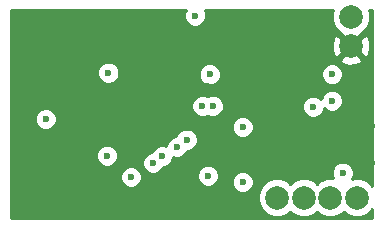
<source format=gbr>
G04 #@! TF.FileFunction,Copper,L2,Inr,Signal*
%FSLAX46Y46*%
G04 Gerber Fmt 4.6, Leading zero omitted, Abs format (unit mm)*
G04 Created by KiCad (PCBNEW 4.0.2-stable) date 2017年04月21日 星期五 11:17:21*
%MOMM*%
G01*
G04 APERTURE LIST*
%ADD10C,0.100000*%
%ADD11C,1.998980*%
%ADD12C,0.600000*%
%ADD13C,0.254000*%
G04 APERTURE END LIST*
D10*
D11*
X188500000Y-78275000D03*
X188500000Y-80750000D03*
X182250000Y-93575000D03*
X184500000Y-93575000D03*
X186750000Y-93575000D03*
X189000000Y-93575000D03*
D12*
X176275000Y-84100000D03*
X175075000Y-91725000D03*
X168625000Y-91825000D03*
X167850000Y-88675000D03*
X169350000Y-82800000D03*
X162575000Y-80850000D03*
X170400000Y-78575000D03*
X180050000Y-80075000D03*
X180050000Y-78575000D03*
X182800000Y-85875000D03*
X182800000Y-91775000D03*
X186850000Y-86850000D03*
X190300000Y-87525000D03*
X190300000Y-90625000D03*
X190025000Y-89075000D03*
X178600000Y-94625000D03*
X170725000Y-94675000D03*
X167000000Y-94625000D03*
X162525000Y-89975000D03*
X162525000Y-88475000D03*
X165900000Y-78975000D03*
X175375000Y-80125000D03*
X182100000Y-83600000D03*
X187800004Y-91475000D03*
X179325000Y-92250000D03*
X179325000Y-87600000D03*
X185300000Y-85875000D03*
X175299679Y-78173055D03*
X176525000Y-83150000D03*
X176400000Y-91725000D03*
X169875000Y-91825000D03*
X167850000Y-90025000D03*
X167950000Y-82999999D03*
X162650000Y-86925000D03*
X175900002Y-85825000D03*
X186900000Y-83125000D03*
X176804699Y-85804200D03*
X186900000Y-85375000D03*
X171725000Y-90650000D03*
X172500000Y-90075000D03*
X173775000Y-89295247D03*
X174575000Y-88674990D03*
D13*
G36*
X174364841Y-77986256D02*
X174364517Y-78358222D01*
X174506562Y-78701998D01*
X174769352Y-78965247D01*
X175112880Y-79107893D01*
X175484846Y-79108217D01*
X175828622Y-78966172D01*
X176091871Y-78703382D01*
X176234517Y-78359854D01*
X176234841Y-77987888D01*
X176109691Y-77685000D01*
X186975189Y-77685000D01*
X186865794Y-77948453D01*
X186865226Y-78598694D01*
X187113538Y-79199655D01*
X187572927Y-79659846D01*
X187601186Y-79671580D01*
X188500000Y-80570395D01*
X189397861Y-79672533D01*
X189424655Y-79661462D01*
X189884846Y-79202073D01*
X190134206Y-78601547D01*
X190134774Y-77951306D01*
X190024739Y-77685000D01*
X190315000Y-77685000D01*
X190315000Y-92578758D01*
X189927073Y-92190154D01*
X189326547Y-91940794D01*
X188676306Y-91940226D01*
X188607407Y-91968694D01*
X188734842Y-91661799D01*
X188735166Y-91289833D01*
X188593121Y-90946057D01*
X188330331Y-90682808D01*
X187986803Y-90540162D01*
X187614837Y-90539838D01*
X187271061Y-90681883D01*
X187007812Y-90944673D01*
X186865166Y-91288201D01*
X186864842Y-91660167D01*
X186980760Y-91940710D01*
X186426306Y-91940226D01*
X185825345Y-92188538D01*
X185625054Y-92388480D01*
X185427073Y-92190154D01*
X184826547Y-91940794D01*
X184176306Y-91940226D01*
X183575345Y-92188538D01*
X183375054Y-92388480D01*
X183177073Y-92190154D01*
X182576547Y-91940794D01*
X181926306Y-91940226D01*
X181325345Y-92188538D01*
X180865154Y-92647927D01*
X180615794Y-93248453D01*
X180615226Y-93898694D01*
X180863538Y-94499655D01*
X181322927Y-94959846D01*
X181923453Y-95209206D01*
X182573694Y-95209774D01*
X183174655Y-94961462D01*
X183374946Y-94761520D01*
X183572927Y-94959846D01*
X184173453Y-95209206D01*
X184823694Y-95209774D01*
X185424655Y-94961462D01*
X185624946Y-94761520D01*
X185822927Y-94959846D01*
X186423453Y-95209206D01*
X187073694Y-95209774D01*
X187674655Y-94961462D01*
X187874946Y-94761520D01*
X188072927Y-94959846D01*
X188673453Y-95209206D01*
X189323694Y-95209774D01*
X189924655Y-94961462D01*
X190315000Y-94571797D01*
X190315000Y-95315000D01*
X159685000Y-95315000D01*
X159685000Y-92010167D01*
X168939838Y-92010167D01*
X169081883Y-92353943D01*
X169344673Y-92617192D01*
X169688201Y-92759838D01*
X170060167Y-92760162D01*
X170403943Y-92618117D01*
X170667192Y-92355327D01*
X170809838Y-92011799D01*
X170809926Y-91910167D01*
X175464838Y-91910167D01*
X175606883Y-92253943D01*
X175869673Y-92517192D01*
X176213201Y-92659838D01*
X176585167Y-92660162D01*
X176928943Y-92518117D01*
X177012037Y-92435167D01*
X178389838Y-92435167D01*
X178531883Y-92778943D01*
X178794673Y-93042192D01*
X179138201Y-93184838D01*
X179510167Y-93185162D01*
X179853943Y-93043117D01*
X180117192Y-92780327D01*
X180259838Y-92436799D01*
X180260162Y-92064833D01*
X180118117Y-91721057D01*
X179855327Y-91457808D01*
X179511799Y-91315162D01*
X179139833Y-91314838D01*
X178796057Y-91456883D01*
X178532808Y-91719673D01*
X178390162Y-92063201D01*
X178389838Y-92435167D01*
X177012037Y-92435167D01*
X177192192Y-92255327D01*
X177334838Y-91911799D01*
X177335162Y-91539833D01*
X177193117Y-91196057D01*
X176930327Y-90932808D01*
X176586799Y-90790162D01*
X176214833Y-90789838D01*
X175871057Y-90931883D01*
X175607808Y-91194673D01*
X175465162Y-91538201D01*
X175464838Y-91910167D01*
X170809926Y-91910167D01*
X170810162Y-91639833D01*
X170668117Y-91296057D01*
X170405327Y-91032808D01*
X170061799Y-90890162D01*
X169689833Y-90889838D01*
X169346057Y-91031883D01*
X169082808Y-91294673D01*
X168940162Y-91638201D01*
X168939838Y-92010167D01*
X159685000Y-92010167D01*
X159685000Y-90210167D01*
X166914838Y-90210167D01*
X167056883Y-90553943D01*
X167319673Y-90817192D01*
X167663201Y-90959838D01*
X168035167Y-90960162D01*
X168337678Y-90835167D01*
X170789838Y-90835167D01*
X170931883Y-91178943D01*
X171194673Y-91442192D01*
X171538201Y-91584838D01*
X171910167Y-91585162D01*
X172253943Y-91443117D01*
X172517192Y-91180327D01*
X172587886Y-91010077D01*
X172685167Y-91010162D01*
X173028943Y-90868117D01*
X173292192Y-90605327D01*
X173434838Y-90261799D01*
X173434921Y-90166437D01*
X173588201Y-90230085D01*
X173960167Y-90230409D01*
X174303943Y-90088364D01*
X174567192Y-89825574D01*
X174656681Y-89610062D01*
X174760167Y-89610152D01*
X175103943Y-89468107D01*
X175367192Y-89205317D01*
X175509838Y-88861789D01*
X175510162Y-88489823D01*
X175368117Y-88146047D01*
X175105327Y-87882798D01*
X174870207Y-87785167D01*
X178389838Y-87785167D01*
X178531883Y-88128943D01*
X178794673Y-88392192D01*
X179138201Y-88534838D01*
X179510167Y-88535162D01*
X179853943Y-88393117D01*
X180117192Y-88130327D01*
X180259838Y-87786799D01*
X180260162Y-87414833D01*
X180118117Y-87071057D01*
X179855327Y-86807808D01*
X179511799Y-86665162D01*
X179139833Y-86664838D01*
X178796057Y-86806883D01*
X178532808Y-87069673D01*
X178390162Y-87413201D01*
X178389838Y-87785167D01*
X174870207Y-87785167D01*
X174761799Y-87740152D01*
X174389833Y-87739828D01*
X174046057Y-87881873D01*
X173782808Y-88144663D01*
X173693319Y-88360175D01*
X173589833Y-88360085D01*
X173246057Y-88502130D01*
X172982808Y-88764920D01*
X172840162Y-89108448D01*
X172840079Y-89203810D01*
X172686799Y-89140162D01*
X172314833Y-89139838D01*
X171971057Y-89281883D01*
X171707808Y-89544673D01*
X171637114Y-89714923D01*
X171539833Y-89714838D01*
X171196057Y-89856883D01*
X170932808Y-90119673D01*
X170790162Y-90463201D01*
X170789838Y-90835167D01*
X168337678Y-90835167D01*
X168378943Y-90818117D01*
X168642192Y-90555327D01*
X168784838Y-90211799D01*
X168785162Y-89839833D01*
X168643117Y-89496057D01*
X168380327Y-89232808D01*
X168036799Y-89090162D01*
X167664833Y-89089838D01*
X167321057Y-89231883D01*
X167057808Y-89494673D01*
X166915162Y-89838201D01*
X166914838Y-90210167D01*
X159685000Y-90210167D01*
X159685000Y-87110167D01*
X161714838Y-87110167D01*
X161856883Y-87453943D01*
X162119673Y-87717192D01*
X162463201Y-87859838D01*
X162835167Y-87860162D01*
X163178943Y-87718117D01*
X163442192Y-87455327D01*
X163584838Y-87111799D01*
X163585162Y-86739833D01*
X163443117Y-86396057D01*
X163180327Y-86132808D01*
X162884977Y-86010167D01*
X174964840Y-86010167D01*
X175106885Y-86353943D01*
X175369675Y-86617192D01*
X175713203Y-86759838D01*
X176085169Y-86760162D01*
X176377692Y-86639294D01*
X176617900Y-86739038D01*
X176989866Y-86739362D01*
X177333642Y-86597317D01*
X177596891Y-86334527D01*
X177710815Y-86060167D01*
X184364838Y-86060167D01*
X184506883Y-86403943D01*
X184769673Y-86667192D01*
X185113201Y-86809838D01*
X185485167Y-86810162D01*
X185828943Y-86668117D01*
X186092192Y-86405327D01*
X186234838Y-86061799D01*
X186234864Y-86032147D01*
X186369673Y-86167192D01*
X186713201Y-86309838D01*
X187085167Y-86310162D01*
X187428943Y-86168117D01*
X187692192Y-85905327D01*
X187834838Y-85561799D01*
X187835162Y-85189833D01*
X187693117Y-84846057D01*
X187430327Y-84582808D01*
X187086799Y-84440162D01*
X186714833Y-84439838D01*
X186371057Y-84581883D01*
X186107808Y-84844673D01*
X185965162Y-85188201D01*
X185965136Y-85217853D01*
X185830327Y-85082808D01*
X185486799Y-84940162D01*
X185114833Y-84939838D01*
X184771057Y-85081883D01*
X184507808Y-85344673D01*
X184365162Y-85688201D01*
X184364838Y-86060167D01*
X177710815Y-86060167D01*
X177739537Y-85990999D01*
X177739861Y-85619033D01*
X177597816Y-85275257D01*
X177335026Y-85012008D01*
X176991498Y-84869362D01*
X176619532Y-84869038D01*
X176327009Y-84989906D01*
X176086801Y-84890162D01*
X175714835Y-84889838D01*
X175371059Y-85031883D01*
X175107810Y-85294673D01*
X174965164Y-85638201D01*
X174964840Y-86010167D01*
X162884977Y-86010167D01*
X162836799Y-85990162D01*
X162464833Y-85989838D01*
X162121057Y-86131883D01*
X161857808Y-86394673D01*
X161715162Y-86738201D01*
X161714838Y-87110167D01*
X159685000Y-87110167D01*
X159685000Y-83185166D01*
X167014838Y-83185166D01*
X167156883Y-83528942D01*
X167419673Y-83792191D01*
X167763201Y-83934837D01*
X168135167Y-83935161D01*
X168478943Y-83793116D01*
X168742192Y-83530326D01*
X168823229Y-83335167D01*
X175589838Y-83335167D01*
X175731883Y-83678943D01*
X175994673Y-83942192D01*
X176338201Y-84084838D01*
X176710167Y-84085162D01*
X177053943Y-83943117D01*
X177317192Y-83680327D01*
X177459838Y-83336799D01*
X177459861Y-83310167D01*
X185964838Y-83310167D01*
X186106883Y-83653943D01*
X186369673Y-83917192D01*
X186713201Y-84059838D01*
X187085167Y-84060162D01*
X187428943Y-83918117D01*
X187692192Y-83655327D01*
X187834838Y-83311799D01*
X187835162Y-82939833D01*
X187693117Y-82596057D01*
X187430327Y-82332808D01*
X187086799Y-82190162D01*
X186714833Y-82189838D01*
X186371057Y-82331883D01*
X186107808Y-82594673D01*
X185965162Y-82938201D01*
X185964838Y-83310167D01*
X177459861Y-83310167D01*
X177460162Y-82964833D01*
X177318117Y-82621057D01*
X177055327Y-82357808D01*
X176711799Y-82215162D01*
X176339833Y-82214838D01*
X175996057Y-82356883D01*
X175732808Y-82619673D01*
X175590162Y-82963201D01*
X175589838Y-83335167D01*
X168823229Y-83335167D01*
X168884838Y-83186798D01*
X168885162Y-82814832D01*
X168743117Y-82471056D01*
X168480327Y-82207807D01*
X168136799Y-82065161D01*
X167764833Y-82064837D01*
X167421057Y-82206882D01*
X167157808Y-82469672D01*
X167015162Y-82813200D01*
X167014838Y-83185166D01*
X159685000Y-83185166D01*
X159685000Y-81902163D01*
X187527443Y-81902163D01*
X187626042Y-82168965D01*
X188235582Y-82395401D01*
X188885377Y-82371341D01*
X189373958Y-82168965D01*
X189472557Y-81902163D01*
X188500000Y-80929605D01*
X187527443Y-81902163D01*
X159685000Y-81902163D01*
X159685000Y-80485582D01*
X186854599Y-80485582D01*
X186878659Y-81135377D01*
X187081035Y-81623958D01*
X187347837Y-81722557D01*
X188320395Y-80750000D01*
X188679605Y-80750000D01*
X189652163Y-81722557D01*
X189918965Y-81623958D01*
X190145401Y-81014418D01*
X190121341Y-80364623D01*
X189918965Y-79876042D01*
X189652163Y-79777443D01*
X188679605Y-80750000D01*
X188320395Y-80750000D01*
X187347837Y-79777443D01*
X187081035Y-79876042D01*
X186854599Y-80485582D01*
X159685000Y-80485582D01*
X159685000Y-77685000D01*
X174489934Y-77685000D01*
X174364841Y-77986256D01*
X174364841Y-77986256D01*
G37*
X174364841Y-77986256D02*
X174364517Y-78358222D01*
X174506562Y-78701998D01*
X174769352Y-78965247D01*
X175112880Y-79107893D01*
X175484846Y-79108217D01*
X175828622Y-78966172D01*
X176091871Y-78703382D01*
X176234517Y-78359854D01*
X176234841Y-77987888D01*
X176109691Y-77685000D01*
X186975189Y-77685000D01*
X186865794Y-77948453D01*
X186865226Y-78598694D01*
X187113538Y-79199655D01*
X187572927Y-79659846D01*
X187601186Y-79671580D01*
X188500000Y-80570395D01*
X189397861Y-79672533D01*
X189424655Y-79661462D01*
X189884846Y-79202073D01*
X190134206Y-78601547D01*
X190134774Y-77951306D01*
X190024739Y-77685000D01*
X190315000Y-77685000D01*
X190315000Y-92578758D01*
X189927073Y-92190154D01*
X189326547Y-91940794D01*
X188676306Y-91940226D01*
X188607407Y-91968694D01*
X188734842Y-91661799D01*
X188735166Y-91289833D01*
X188593121Y-90946057D01*
X188330331Y-90682808D01*
X187986803Y-90540162D01*
X187614837Y-90539838D01*
X187271061Y-90681883D01*
X187007812Y-90944673D01*
X186865166Y-91288201D01*
X186864842Y-91660167D01*
X186980760Y-91940710D01*
X186426306Y-91940226D01*
X185825345Y-92188538D01*
X185625054Y-92388480D01*
X185427073Y-92190154D01*
X184826547Y-91940794D01*
X184176306Y-91940226D01*
X183575345Y-92188538D01*
X183375054Y-92388480D01*
X183177073Y-92190154D01*
X182576547Y-91940794D01*
X181926306Y-91940226D01*
X181325345Y-92188538D01*
X180865154Y-92647927D01*
X180615794Y-93248453D01*
X180615226Y-93898694D01*
X180863538Y-94499655D01*
X181322927Y-94959846D01*
X181923453Y-95209206D01*
X182573694Y-95209774D01*
X183174655Y-94961462D01*
X183374946Y-94761520D01*
X183572927Y-94959846D01*
X184173453Y-95209206D01*
X184823694Y-95209774D01*
X185424655Y-94961462D01*
X185624946Y-94761520D01*
X185822927Y-94959846D01*
X186423453Y-95209206D01*
X187073694Y-95209774D01*
X187674655Y-94961462D01*
X187874946Y-94761520D01*
X188072927Y-94959846D01*
X188673453Y-95209206D01*
X189323694Y-95209774D01*
X189924655Y-94961462D01*
X190315000Y-94571797D01*
X190315000Y-95315000D01*
X159685000Y-95315000D01*
X159685000Y-92010167D01*
X168939838Y-92010167D01*
X169081883Y-92353943D01*
X169344673Y-92617192D01*
X169688201Y-92759838D01*
X170060167Y-92760162D01*
X170403943Y-92618117D01*
X170667192Y-92355327D01*
X170809838Y-92011799D01*
X170809926Y-91910167D01*
X175464838Y-91910167D01*
X175606883Y-92253943D01*
X175869673Y-92517192D01*
X176213201Y-92659838D01*
X176585167Y-92660162D01*
X176928943Y-92518117D01*
X177012037Y-92435167D01*
X178389838Y-92435167D01*
X178531883Y-92778943D01*
X178794673Y-93042192D01*
X179138201Y-93184838D01*
X179510167Y-93185162D01*
X179853943Y-93043117D01*
X180117192Y-92780327D01*
X180259838Y-92436799D01*
X180260162Y-92064833D01*
X180118117Y-91721057D01*
X179855327Y-91457808D01*
X179511799Y-91315162D01*
X179139833Y-91314838D01*
X178796057Y-91456883D01*
X178532808Y-91719673D01*
X178390162Y-92063201D01*
X178389838Y-92435167D01*
X177012037Y-92435167D01*
X177192192Y-92255327D01*
X177334838Y-91911799D01*
X177335162Y-91539833D01*
X177193117Y-91196057D01*
X176930327Y-90932808D01*
X176586799Y-90790162D01*
X176214833Y-90789838D01*
X175871057Y-90931883D01*
X175607808Y-91194673D01*
X175465162Y-91538201D01*
X175464838Y-91910167D01*
X170809926Y-91910167D01*
X170810162Y-91639833D01*
X170668117Y-91296057D01*
X170405327Y-91032808D01*
X170061799Y-90890162D01*
X169689833Y-90889838D01*
X169346057Y-91031883D01*
X169082808Y-91294673D01*
X168940162Y-91638201D01*
X168939838Y-92010167D01*
X159685000Y-92010167D01*
X159685000Y-90210167D01*
X166914838Y-90210167D01*
X167056883Y-90553943D01*
X167319673Y-90817192D01*
X167663201Y-90959838D01*
X168035167Y-90960162D01*
X168337678Y-90835167D01*
X170789838Y-90835167D01*
X170931883Y-91178943D01*
X171194673Y-91442192D01*
X171538201Y-91584838D01*
X171910167Y-91585162D01*
X172253943Y-91443117D01*
X172517192Y-91180327D01*
X172587886Y-91010077D01*
X172685167Y-91010162D01*
X173028943Y-90868117D01*
X173292192Y-90605327D01*
X173434838Y-90261799D01*
X173434921Y-90166437D01*
X173588201Y-90230085D01*
X173960167Y-90230409D01*
X174303943Y-90088364D01*
X174567192Y-89825574D01*
X174656681Y-89610062D01*
X174760167Y-89610152D01*
X175103943Y-89468107D01*
X175367192Y-89205317D01*
X175509838Y-88861789D01*
X175510162Y-88489823D01*
X175368117Y-88146047D01*
X175105327Y-87882798D01*
X174870207Y-87785167D01*
X178389838Y-87785167D01*
X178531883Y-88128943D01*
X178794673Y-88392192D01*
X179138201Y-88534838D01*
X179510167Y-88535162D01*
X179853943Y-88393117D01*
X180117192Y-88130327D01*
X180259838Y-87786799D01*
X180260162Y-87414833D01*
X180118117Y-87071057D01*
X179855327Y-86807808D01*
X179511799Y-86665162D01*
X179139833Y-86664838D01*
X178796057Y-86806883D01*
X178532808Y-87069673D01*
X178390162Y-87413201D01*
X178389838Y-87785167D01*
X174870207Y-87785167D01*
X174761799Y-87740152D01*
X174389833Y-87739828D01*
X174046057Y-87881873D01*
X173782808Y-88144663D01*
X173693319Y-88360175D01*
X173589833Y-88360085D01*
X173246057Y-88502130D01*
X172982808Y-88764920D01*
X172840162Y-89108448D01*
X172840079Y-89203810D01*
X172686799Y-89140162D01*
X172314833Y-89139838D01*
X171971057Y-89281883D01*
X171707808Y-89544673D01*
X171637114Y-89714923D01*
X171539833Y-89714838D01*
X171196057Y-89856883D01*
X170932808Y-90119673D01*
X170790162Y-90463201D01*
X170789838Y-90835167D01*
X168337678Y-90835167D01*
X168378943Y-90818117D01*
X168642192Y-90555327D01*
X168784838Y-90211799D01*
X168785162Y-89839833D01*
X168643117Y-89496057D01*
X168380327Y-89232808D01*
X168036799Y-89090162D01*
X167664833Y-89089838D01*
X167321057Y-89231883D01*
X167057808Y-89494673D01*
X166915162Y-89838201D01*
X166914838Y-90210167D01*
X159685000Y-90210167D01*
X159685000Y-87110167D01*
X161714838Y-87110167D01*
X161856883Y-87453943D01*
X162119673Y-87717192D01*
X162463201Y-87859838D01*
X162835167Y-87860162D01*
X163178943Y-87718117D01*
X163442192Y-87455327D01*
X163584838Y-87111799D01*
X163585162Y-86739833D01*
X163443117Y-86396057D01*
X163180327Y-86132808D01*
X162884977Y-86010167D01*
X174964840Y-86010167D01*
X175106885Y-86353943D01*
X175369675Y-86617192D01*
X175713203Y-86759838D01*
X176085169Y-86760162D01*
X176377692Y-86639294D01*
X176617900Y-86739038D01*
X176989866Y-86739362D01*
X177333642Y-86597317D01*
X177596891Y-86334527D01*
X177710815Y-86060167D01*
X184364838Y-86060167D01*
X184506883Y-86403943D01*
X184769673Y-86667192D01*
X185113201Y-86809838D01*
X185485167Y-86810162D01*
X185828943Y-86668117D01*
X186092192Y-86405327D01*
X186234838Y-86061799D01*
X186234864Y-86032147D01*
X186369673Y-86167192D01*
X186713201Y-86309838D01*
X187085167Y-86310162D01*
X187428943Y-86168117D01*
X187692192Y-85905327D01*
X187834838Y-85561799D01*
X187835162Y-85189833D01*
X187693117Y-84846057D01*
X187430327Y-84582808D01*
X187086799Y-84440162D01*
X186714833Y-84439838D01*
X186371057Y-84581883D01*
X186107808Y-84844673D01*
X185965162Y-85188201D01*
X185965136Y-85217853D01*
X185830327Y-85082808D01*
X185486799Y-84940162D01*
X185114833Y-84939838D01*
X184771057Y-85081883D01*
X184507808Y-85344673D01*
X184365162Y-85688201D01*
X184364838Y-86060167D01*
X177710815Y-86060167D01*
X177739537Y-85990999D01*
X177739861Y-85619033D01*
X177597816Y-85275257D01*
X177335026Y-85012008D01*
X176991498Y-84869362D01*
X176619532Y-84869038D01*
X176327009Y-84989906D01*
X176086801Y-84890162D01*
X175714835Y-84889838D01*
X175371059Y-85031883D01*
X175107810Y-85294673D01*
X174965164Y-85638201D01*
X174964840Y-86010167D01*
X162884977Y-86010167D01*
X162836799Y-85990162D01*
X162464833Y-85989838D01*
X162121057Y-86131883D01*
X161857808Y-86394673D01*
X161715162Y-86738201D01*
X161714838Y-87110167D01*
X159685000Y-87110167D01*
X159685000Y-83185166D01*
X167014838Y-83185166D01*
X167156883Y-83528942D01*
X167419673Y-83792191D01*
X167763201Y-83934837D01*
X168135167Y-83935161D01*
X168478943Y-83793116D01*
X168742192Y-83530326D01*
X168823229Y-83335167D01*
X175589838Y-83335167D01*
X175731883Y-83678943D01*
X175994673Y-83942192D01*
X176338201Y-84084838D01*
X176710167Y-84085162D01*
X177053943Y-83943117D01*
X177317192Y-83680327D01*
X177459838Y-83336799D01*
X177459861Y-83310167D01*
X185964838Y-83310167D01*
X186106883Y-83653943D01*
X186369673Y-83917192D01*
X186713201Y-84059838D01*
X187085167Y-84060162D01*
X187428943Y-83918117D01*
X187692192Y-83655327D01*
X187834838Y-83311799D01*
X187835162Y-82939833D01*
X187693117Y-82596057D01*
X187430327Y-82332808D01*
X187086799Y-82190162D01*
X186714833Y-82189838D01*
X186371057Y-82331883D01*
X186107808Y-82594673D01*
X185965162Y-82938201D01*
X185964838Y-83310167D01*
X177459861Y-83310167D01*
X177460162Y-82964833D01*
X177318117Y-82621057D01*
X177055327Y-82357808D01*
X176711799Y-82215162D01*
X176339833Y-82214838D01*
X175996057Y-82356883D01*
X175732808Y-82619673D01*
X175590162Y-82963201D01*
X175589838Y-83335167D01*
X168823229Y-83335167D01*
X168884838Y-83186798D01*
X168885162Y-82814832D01*
X168743117Y-82471056D01*
X168480327Y-82207807D01*
X168136799Y-82065161D01*
X167764833Y-82064837D01*
X167421057Y-82206882D01*
X167157808Y-82469672D01*
X167015162Y-82813200D01*
X167014838Y-83185166D01*
X159685000Y-83185166D01*
X159685000Y-81902163D01*
X187527443Y-81902163D01*
X187626042Y-82168965D01*
X188235582Y-82395401D01*
X188885377Y-82371341D01*
X189373958Y-82168965D01*
X189472557Y-81902163D01*
X188500000Y-80929605D01*
X187527443Y-81902163D01*
X159685000Y-81902163D01*
X159685000Y-80485582D01*
X186854599Y-80485582D01*
X186878659Y-81135377D01*
X187081035Y-81623958D01*
X187347837Y-81722557D01*
X188320395Y-80750000D01*
X188679605Y-80750000D01*
X189652163Y-81722557D01*
X189918965Y-81623958D01*
X190145401Y-81014418D01*
X190121341Y-80364623D01*
X189918965Y-79876042D01*
X189652163Y-79777443D01*
X188679605Y-80750000D01*
X188320395Y-80750000D01*
X187347837Y-79777443D01*
X187081035Y-79876042D01*
X186854599Y-80485582D01*
X159685000Y-80485582D01*
X159685000Y-77685000D01*
X174489934Y-77685000D01*
X174364841Y-77986256D01*
M02*

</source>
